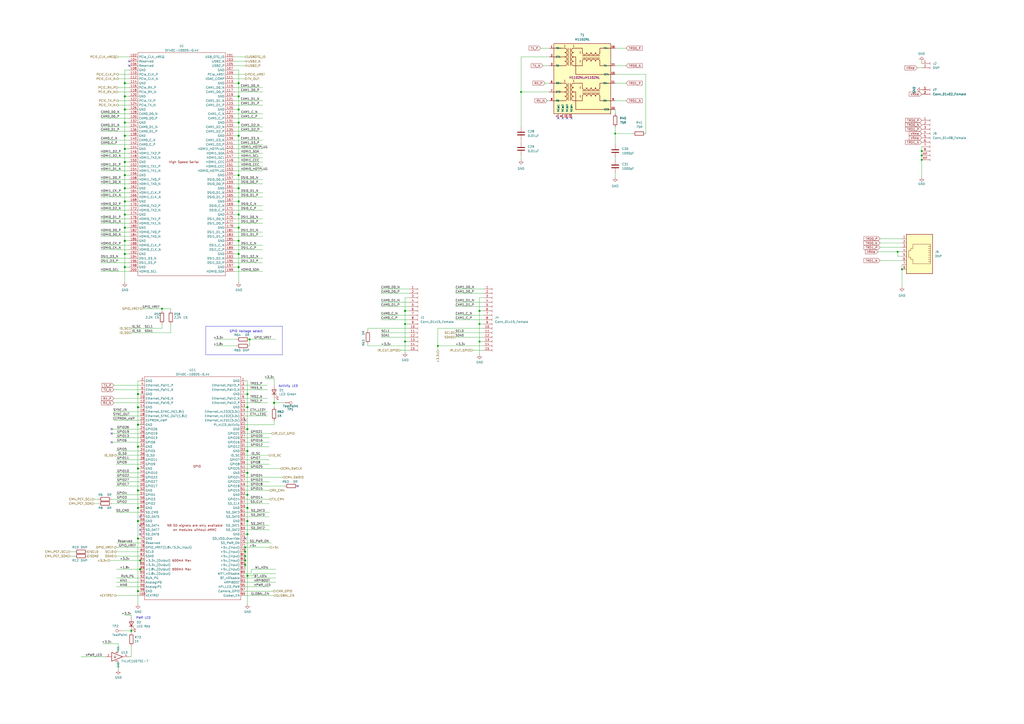
<source format=kicad_sch>
(kicad_sch (version 20231120) (generator "eeschema") (generator_version "8.0")
  (paper "A2")
  (junction (at 142.24 325.12))
  (junction (at 72.39 101.6) (diameter 1.016))
  (junction (at 72.39 139.7) (diameter 1.016))
  (junction (at 278.13 180.34) (diameter 1.016))
  (junction (at 72.39 93.98) (diameter 1.016))
  (junction (at 138.43 139.7) (diameter 1.016))
  (junction (at 234.95 187.96))
  (junction (at 72.39 78.74) (diameter 1.016))
  (junction (at 142.24 317.5))
  (junction (at 72.39 55.88) (diameter 1.016))
  (junction (at 138.43 101.6) (diameter 1.016))
  (junction (at 76.2 365.887) (diameter 1.016))
  (junction (at 143.51 309.88) (diameter 1.016))
  (junction (at 143.51 294.64) (diameter 1.016))
  (junction (at 159.004 233.68) (diameter 1.016))
  (junction (at 72.39 124.46) (diameter 1.016))
  (junction (at 143.51 287.02) (diameter 1.016))
  (junction (at 93.98 179.07))
  (junction (at 138.43 154.94) (diameter 1.016))
  (junction (at 143.51 302.26) (diameter 1.016))
  (junction (at 80.01 284.48) (diameter 1.016))
  (junction (at 254 200.66))
  (junction (at 72.39 109.22) (diameter 1.016))
  (junction (at 143.51 248.92) (diameter 1.016))
  (junction (at 356.87 77.47))
  (junction (at 80.01 271.78) (diameter 1.016))
  (junction (at 138.43 116.84) (diameter 1.016))
  (junction (at 138.43 147.32) (diameter 1.016))
  (junction (at 81.28 330.2) (diameter 1.016))
  (junction (at 81.28 325.12))
  (junction (at 72.39 154.94) (diameter 1.016))
  (junction (at 72.39 132.08) (diameter 1.016))
  (junction (at 138.43 78.74) (diameter 1.016))
  (junction (at 520.7 146.05))
  (junction (at 142.24 322.58))
  (junction (at 72.39 147.32) (diameter 1.016))
  (junction (at 138.43 48.26) (diameter 1.016))
  (junction (at 534.67 92.71))
  (junction (at 80.01 246.38) (diameter 1.016))
  (junction (at 138.43 63.5) (diameter 1.016))
  (junction (at 143.51 274.32) (diameter 1.016))
  (junction (at 80.01 294.64) (diameter 1.016))
  (junction (at 138.43 71.12) (diameter 1.016))
  (junction (at 138.43 132.08) (diameter 1.016))
  (junction (at 534.67 90.17))
  (junction (at 80.01 302.26) (diameter 1.016))
  (junction (at 138.43 109.22) (diameter 1.016))
  (junction (at 138.43 55.88) (diameter 1.016))
  (junction (at 142.24 327.66))
  (junction (at 72.39 48.26) (diameter 1.016))
  (junction (at 143.51 236.22) (diameter 1.016))
  (junction (at 234.95 180.34) (diameter 1.016))
  (junction (at 142.24 320.04))
  (junction (at 80.01 259.08) (diameter 1.016))
  (junction (at 143.51 261.62) (diameter 1.016))
  (junction (at 234.95 198.12))
  (junction (at 143.51 334.01) (diameter 1.016))
  (junction (at 138.43 124.46) (diameter 1.016))
  (junction (at 144.78 196.85) (diameter 1.016))
  (junction (at 278.13 187.96))
  (junction (at 80.01 228.6) (diameter 1.016))
  (junction (at 80.01 236.22) (diameter 1.016))
  (junction (at 72.39 116.84) (diameter 1.016))
  (junction (at 534.67 87.63))
  (junction (at 72.39 63.5) (diameter 1.016))
  (junction (at 278.13 198.12))
  (junction (at 523.24 156.21))
  (junction (at 80.01 312.42) (diameter 1.016))
  (junction (at 72.39 71.12) (diameter 1.016))
  (junction (at 302.26 53.34))
  (junction (at 143.51 228.6) (diameter 1.016))
  (junction (at 72.39 86.36) (diameter 1.016))
  (junction (at 80.01 342.9) (diameter 1.016))
  (no_connect (at 328.93 68.58))
  (no_connect (at 74.93 38.1))
  (no_connect (at 142.24 243.84))
  (no_connect (at 81.28 304.8))
  (no_connect (at 326.39 68.58))
  (no_connect (at 81.28 307.34))
  (no_connect (at 74.93 35.56))
  (no_connect (at 331.47 68.58))
  (no_connect (at 142.24 312.42))
  (no_connect (at 64.77 248.92))
  (no_connect (at 64.77 251.46))
  (no_connect (at 81.28 309.88))
  (no_connect (at 172.72 281.94))
  (no_connect (at 81.28 299.72))
  (no_connect (at 64.77 256.54))
  (no_connect (at 323.85 68.58))
  (wire (pts (xy 234.95 198.12) (xy 237.49 198.12)))
  (wire (pts (xy 159.004 223.52) (xy 159.004 219.71)))
  (wire (pts (xy 302.26 53.34) (xy 302.26 73.66)))
  (wire (pts (xy 142.24 238.76) (xy 155.194 238.76)))
  (wire (pts (xy 264.16 185.42) (xy 280.67 185.42)))
  (wire (pts (xy 135.89 116.84) (xy 138.43 116.84)))
  (wire (pts (xy 135.89 48.26) (xy 138.43 48.26)))
  (wire (pts (xy 68.58 45.72) (xy 74.93 45.72)))
  (wire (pts (xy 66.04 233.68) (xy 81.28 233.68)))
  (wire (pts (xy 135.89 38.1) (xy 142.24 38.1)))
  (wire (pts (xy 220.98 185.42) (xy 237.49 185.42)))
  (wire (pts (xy 142.24 226.06) (xy 155.194 226.06)))
  (wire (pts (xy 135.89 132.08) (xy 138.43 132.08)))
  (wire (pts (xy 67.31 297.18) (xy 81.28 297.18)))
  (wire (pts (xy 67.564 335.28) (xy 81.28 335.28)))
  (wire (pts (xy 356.87 77.47) (xy 356.87 83.82)))
  (wire (pts (xy 142.24 281.94) (xy 165.1 281.94)))
  (wire (pts (xy 138.43 40.64) (xy 135.89 40.64)))
  (wire (pts (xy 135.89 88.9) (xy 152.4 88.9)))
  (wire (pts (xy 76.2 374.65) (xy 76.2 381)))
  (wire (pts (xy 76.2 381) (xy 74.93 381)))
  (wire (pts (xy 76.2 365.887) (xy 76.2 367.03)))
  (wire (pts (xy 156.21 292.1) (xy 142.24 292.1)))
  (wire (pts (xy 81.28 236.22) (xy 80.01 236.22)))
  (wire (pts (xy 534.67 90.17) (xy 534.67 92.71)))
  (wire (pts (xy 67.31 279.4) (xy 81.28 279.4)))
  (wire (pts (xy 234.95 180.34) (xy 237.49 180.34)))
  (wire (pts (xy 68.58 33.02) (xy 74.93 33.02)))
  (wire (pts (xy 76.2 358.14) (xy 76.2 356.87)))
  (wire (pts (xy 510.54 151.13) (xy 523.24 151.13)))
  (wire (pts (xy 220.98 182.88) (xy 237.49 182.88)))
  (wire (pts (xy 80.01 271.78) (xy 80.01 284.48)))
  (wire (pts (xy 152.4 127) (xy 135.89 127)))
  (wire (pts (xy 135.89 66.04) (xy 152.4 66.04)))
  (wire (pts (xy 58.42 106.68) (xy 74.93 106.68)))
  (wire (pts (xy 135.89 101.6) (xy 138.43 101.6)))
  (wire (pts (xy 234.95 187.96) (xy 237.49 187.96)))
  (polyline (pts (xy 119.38 205.74) (xy 124.46 205.74)) (stroke (width 0) (type solid)))
  (wire (pts (xy 138.43 63.5) (xy 138.43 55.88)))
  (wire (pts (xy 143.51 302.26) (xy 143.51 309.88)))
  (wire (pts (xy 135.89 78.74) (xy 138.43 78.74)))
  (wire (pts (xy 74.93 154.94) (xy 72.39 154.94)))
  (wire (pts (xy 318.77 33.02) (xy 302.26 33.02)))
  (wire (pts (xy 237.49 193.04) (xy 220.98 193.04)))
  (wire (pts (xy 142.24 302.26) (xy 143.51 302.26)))
  (wire (pts (xy 72.39 109.22) (xy 74.93 109.22)))
  (wire (pts (xy 142.24 340.36) (xy 156.21 340.36)))
  (wire (pts (xy 80.01 302.26) (xy 80.01 312.42)))
  (wire (pts (xy 302.26 33.02) (xy 302.26 53.34)))
  (wire (pts (xy 213.36 190.5) (xy 237.49 190.5)))
  (wire (pts (xy 523.24 153.67) (xy 523.24 156.21)))
  (wire (pts (xy 143.51 274.32) (xy 143.51 287.02)))
  (wire (pts (xy 142.24 314.96) (xy 157.48 314.96)))
  (wire (pts (xy 142.24 317.5) (xy 142.24 320.04)))
  (wire (pts (xy 356.87 73.66) (xy 356.87 77.47)))
  (wire (pts (xy 142.24 307.34) (xy 156.21 307.34)))
  (wire (pts (xy 135.89 114.3) (xy 152.4 114.3)))
  (wire (pts (xy 135.89 142.24) (xy 152.4 142.24)))
  (wire (pts (xy 67.31 274.32) (xy 81.28 274.32)))
  (wire (pts (xy 232.41 203.2) (xy 237.49 203.2)))
  (wire (pts (xy 142.24 325.12) (xy 142.24 327.66)))
  (wire (pts (xy 72.39 116.84) (xy 74.93 116.84)))
  (wire (pts (xy 67.7672 314.96) (xy 81.28 314.96)))
  (wire (pts (xy 138.43 78.74) (xy 138.43 71.12)))
  (wire (pts (xy 58.42 83.82) (xy 74.93 83.82)))
  (wire (pts (xy 278.13 198.12) (xy 280.67 198.12)))
  (wire (pts (xy 135.89 91.44) (xy 152.4 91.44)))
  (wire (pts (xy 135.89 35.56) (xy 142.24 35.56)))
  (wire (pts (xy 138.43 139.7) (xy 138.43 147.32)))
  (wire (pts (xy 254 190.5) (xy 254 200.66)))
  (wire (pts (xy 72.39 139.7) (xy 74.93 139.7)))
  (wire (pts (xy 67.31 320.04) (xy 81.28 320.04)))
  (wire (pts (xy 142.24 233.68) (xy 155.194 233.68)))
  (wire (pts (xy 80.01 246.38) (xy 81.28 246.38)))
  (wire (pts (xy 124.46 196.85) (xy 137.16 196.85)))
  (wire (pts (xy 143.51 287.02) (xy 143.51 294.64)))
  (wire (pts (xy 67.31 345.44) (xy 81.28 345.44)))
  (wire (pts (xy 80.01 228.6) (xy 80.01 236.22)))
  (wire (pts (xy 58.42 99.06) (xy 74.93 99.06)))
  (wire (pts (xy 220.98 177.8) (xy 237.49 177.8)))
  (wire (pts (xy 142.24 228.6) (xy 143.51 228.6)))
  (wire (pts (xy 142.24 289.56) (xy 156.21 289.56)))
  (wire (pts (xy 72.39 139.7) (xy 72.39 147.32)))
  (wire (pts (xy 363.22 48.26) (xy 356.87 48.26)))
  (wire (pts (xy 135.89 119.38) (xy 152.4 119.38)))
  (wire (pts (xy 220.98 170.18) (xy 237.49 170.18)))
  (wire (pts (xy 81.28 342.9) (xy 80.01 342.9)))
  (wire (pts (xy 142.24 327.66) (xy 142.24 330.2)))
  (wire (pts (xy 54.61 292.1) (xy 57.15 292.1)))
  (wire (pts (xy 135.89 96.52) (xy 152.4 96.52)))
  (wire (pts (xy 213.36 200.66) (xy 237.49 200.66)))
  (wire (pts (xy 58.42 119.38) (xy 74.93 119.38)))
  (wire (pts (xy 356.87 102.87) (xy 356.87 100.33)))
  (wire (pts (xy 532.13 39.37) (xy 534.67 39.37)))
  (wire (pts (xy 72.39 48.26) (xy 72.39 55.88)))
  (wire (pts (xy 254 200.66) (xy 280.67 200.66)))
  (wire (pts (xy 302.26 92.71) (xy 302.26 90.17)))
  (wire (pts (xy 317.5 58.42) (xy 318.77 58.42)))
  (wire (pts (xy 142.24 231.14) (xy 155.194 231.14)))
  (wire (pts (xy 74.93 50.8) (xy 68.58 50.8)))
  (wire (pts (xy 138.43 132.08) (xy 138.43 139.7)))
  (wire (pts (xy 278.13 172.72) (xy 278.13 180.34)))
  (wire (pts (xy 81.28 327.66) (xy 81.28 325.12)))
  (wire (pts (xy 64.77 289.56) (xy 81.28 289.56)))
  (wire (pts (xy 135.89 124.46) (xy 138.43 124.46)))
  (wire (pts (xy 58.42 73.66) (xy 74.93 73.66)))
  (wire (pts (xy 135.89 93.98) (xy 152.4 93.98)))
  (wire (pts (xy 534.67 85.09) (xy 534.67 87.63)))
  (wire (pts (xy 363.22 58.42) (xy 356.87 58.42)))
  (wire (pts (xy 280.67 193.04) (xy 264.16 193.04)))
  (wire (pts (xy 72.39 109.22) (xy 72.39 116.84)))
  (wire (pts (xy 76.2 193.04) (xy 99.06 193.04)))
  (wire (pts (xy 76.2 365.76) (xy 76.2 365.887)))
  (wire (pts (xy 152.4 50.8) (xy 135.89 50.8)))
  (wire (pts (xy 72.39 132.08) (xy 74.93 132.08)))
  (wire (pts (xy 58.42 68.58) (xy 74.93 68.58)))
  (wire (pts (xy 135.89 144.78) (xy 152.4 144.78)))
  (wire (pts (xy 58.42 111.76) (xy 74.93 111.76)))
  (wire (pts (xy 509.27 146.05) (xy 520.7 146.05)))
  (wire (pts (xy 234.95 187.96) (xy 234.95 198.12)))
  (wire (pts (xy 254 190.5) (xy 280.67 190.5)))
  (wire (pts (xy 58.42 66.04) (xy 74.93 66.04)))
  (wire (pts (xy 72.39 132.08) (xy 72.39 139.7)))
  (polyline (pts (xy 124.46 189.23) (xy 163.83 189.23)) (stroke (width 0) (type solid)))
  (wire (pts (xy 67.564 340.36) (xy 81.28 340.36)))
  (wire (pts (xy 278.13 187.96) (xy 280.67 187.96)))
  (wire (pts (xy 67.31 317.5) (xy 81.28 317.5)))
  (wire (pts (xy 152.4 129.54) (xy 135.89 129.54)))
  (wire (pts (xy 278.13 187.96) (xy 278.13 198.12)))
  (wire (pts (xy 58.42 152.4) (xy 74.93 152.4)))
  (wire (pts (xy 144.78 196.85) (xy 160.02 196.85)))
  (wire (pts (xy 81.28 330.2) (xy 81.534 330.2)))
  (wire (pts (xy 124.46 200.66) (xy 137.16 200.66)))
  (wire (pts (xy 152.4 53.34) (xy 135.89 53.34)))
  (wire (pts (xy 135.89 157.48) (xy 152.4 157.48)))
  (wire (pts (xy 58.42 137.16) (xy 74.93 137.16)))
  (wire (pts (xy 72.39 48.26) (xy 74.93 48.26)))
  (wire (pts (xy 67.31 287.02) (xy 81.28 287.02)))
  (wire (pts (xy 159.004 233.68) (xy 159.004 231.14)))
  (wire (pts (xy 213.36 190.5) (xy 213.36 191.77)))
  (wire (pts (xy 135.89 121.92) (xy 152.4 121.92)))
  (wire (pts (xy 142.24 335.28) (xy 160.02 335.28)))
  (wire (pts (xy 142.24 317.5) (xy 156.21 317.5)))
  (wire (pts (xy 152.4 134.62) (xy 135.89 134.62)))
  (wire (pts (xy 135.89 45.72) (xy 142.24 45.72)))
  (wire (pts (xy 80.01 259.08) (xy 81.28 259.08)))
  (wire (pts (xy 138.43 109.22) (xy 138.43 116.84)))
  (wire (pts (xy 356.87 92.71) (xy 356.87 91.44)))
  (wire (pts (xy 76.2 190.5) (xy 93.98 190.5)))
  (wire (pts (xy 64.77 248.92) (xy 81.28 248.92)))
  (wire (pts (xy 142.24 261.62) (xy 143.51 261.62)))
  (wire (pts (xy 523.24 148.59) (xy 520.7 148.59)))
  (wire (pts (xy 72.39 71.12) (xy 72.39 78.74)))
  (wire (pts (xy 40.64 322.58) (xy 43.18 322.58)))
  (wire (pts (xy 142.24 248.92) (xy 143.51 248.92)))
  (wire (pts (xy 142.24 322.58) (xy 142.24 325.12)))
  (wire (pts (xy 152.4 60.96) (xy 135.89 60.96)))
  (wire (pts (xy 58.42 81.28) (xy 74.93 81.28)))
  (wire (pts (xy 68.58 373.38) (xy 59.69 373.38)))
  (wire (pts (xy 68.58 60.96) (xy 74.93 60.96)))
  (wire (pts (xy 72.39 154.94) (xy 72.39 163.83)))
  (wire (pts (xy 135.89 99.06) (xy 152.4 99.06)))
  (wire (pts (xy 80.01 312.42) (xy 80.01 342.9)))
  (wire (pts (xy 237.49 195.58) (xy 220.98 195.58)))
  (wire (pts (xy 64.77 292.1) (xy 81.28 292.1)))
  (wire (pts (xy 66.04 241.3) (xy 81.28 241.3)))
  (wire (pts (xy 510.54 140.97) (xy 523.24 140.97)))
  (wire (pts (xy 534.67 87.63) (xy 534.67 90.17)))
  (wire (pts (xy 74.93 147.32) (xy 72.39 147.32)))
  (wire (pts (xy 67.31 264.16) (xy 81.28 264.16)))
  (wire (pts (xy 63.5 325.12) (xy 81.28 325.12)))
  (wire (pts (xy 143.51 248.92) (xy 143.51 261.62)))
  (wire (pts (xy 72.39 71.12) (xy 74.93 71.12)))
  (wire (pts (xy 145.796 330.2) (xy 160.02 330.2)))
  (wire (pts (xy 135.89 63.5) (xy 138.43 63.5)))
  (wire (pts (xy 135.89 55.88) (xy 138.43 55.88)))
  (wire (pts (xy 99.06 179.07) (xy 93.98 179.07)))
  (wire (pts (xy 58.42 96.52) (xy 74.93 96.52)))
  (wire (pts (xy 144.78 196.85) (xy 144.78 200.66)))
  (wire (pts (xy 264.16 177.8) (xy 280.67 177.8)))
  (wire (pts (xy 143.51 294.64) (xy 143.51 302.26)))
  (wire (pts (xy 142.24 337.82) (xy 160.02 337.82)))
  (wire (pts (xy 142.24 264.16) (xy 156.21 264.16)))
  (wire (pts (xy 313.69 27.94) (xy 318.77 27.94)))
  (wire (pts (xy 142.24 33.02) (xy 135.89 33.02)))
  (wire (pts (xy 64.77 251.46) (xy 81.28 251.46)))
  (wire (pts (xy 58.42 149.86) (xy 74.93 149.86)))
  (wire (pts (xy 523.24 156.21) (xy 523.24 166.37)))
  (wire (pts (xy 58.42 76.2) (xy 74.93 76.2)))
  (wire (pts (xy 58.42 121.92) (xy 74.93 121.92)))
  (wire (pts (xy 66.04 226.06) (xy 81.28 226.06)))
  (wire (pts (xy 143.51 236.22) (xy 143.51 248.92)))
  (wire (pts (xy 66.04 223.52) (xy 81.28 223.52)))
  (wire (pts (xy 67.31 276.86) (xy 81.28 276.86)))
  (wire (pts (xy 142.24 294.64) (xy 143.51 294.64)))
  (polyline (pts (xy 124.46 189.23) (xy 119.38 189.23)) (stroke (width 0) (type solid)))
  (wire (pts (xy 145.796 332.74) (xy 145.796 330.2)))
  (wire (pts (xy 80.01 246.38) (xy 80.01 259.08)))
  (wire (pts (xy 234.95 172.72) (xy 237.49 172.72)))
  (wire (pts (xy 67.564 337.82) (xy 81.28 337.82)))
  (wire (pts (xy 142.24 332.74) (xy 145.796 332.74)))
  (wire (pts (xy 142.24 299.72) (xy 156.21 299.72)))
  (wire (pts (xy 71.1962 365.887) (xy 76.2 365.887)))
  (wire (pts (xy 142.24 220.98) (xy 143.51 220.98)))
  (wire (pts (xy 278.13 180.34) (xy 278.13 187.96)))
  (wire (pts (xy 72.39 86.36) (xy 72.39 93.98)))
  (wire (pts (xy 72.39 40.64) (xy 72.39 48.26)))
  (wire (pts (xy 68.58 383.54) (xy 68.58 388.62)))
  (wire (pts (xy 68.58 378.46) (xy 68.58 373.38)))
  (wire (pts (xy 135.89 111.76) (xy 152.4 111.76)))
  (wire (pts (xy 81.28 332.74) (xy 81.28 330.2)))
  (wire (pts (xy 142.24 266.7) (xy 156.21 266.7)))
  (wire (pts (xy 138.43 154.94) (xy 138.43 163.83)))
  (wire (pts (xy 40.64 320.04) (xy 43.18 320.04)))
  (wire (pts (xy 138.43 124.46) (xy 138.43 132.08)))
  (wire (pts (xy 142.24 271.78) (xy 162.56 271.78)))
  (wire (pts (xy 67.564 330.2) (xy 81.28 330.2)))
  (wire (pts (xy 138.43 101.6) (xy 138.43 109.22)))
  (wire (pts (xy 234.95 172.72) (xy 234.95 180.34)))
  (wire (pts (xy 278.13 180.34) (xy 280.67 180.34)))
  (wire (pts (xy 156.21 304.8) (xy 142.24 304.8)))
  (wire (pts (xy 58.42 127) (xy 74.93 127)))
  (wire (pts (xy 142.24 309.88) (xy 143.51 309.88)))
  (wire (pts (xy 374.65 43.18) (xy 374.65 77.47)))
  (wire (pts (xy 58.42 104.14) (xy 74.93 104.14)))
  (wire (pts (xy 152.4 106.68) (xy 135.89 106.68)))
  (wire (pts (xy 142.24 276.86) (xy 163.83 276.86)))
  (wire (pts (xy 58.42 88.9) (xy 74.93 88.9)))
  (wire (pts (xy 143.51 334.01) (xy 143.51 350.52)))
  (wire (pts (xy 264.16 170.18) (xy 280.67 170.18)))
  (wire (pts (xy 72.39 55.88) (xy 74.93 55.88)))
  (wire (pts (xy 138.43 55.88) (xy 138.43 48.26)))
  (wire (pts (xy 146.8882 334.01) (xy 146.8882 332.74)))
  (wire (pts (xy 58.42 142.24) (xy 74.93 142.24)))
  (wire (pts (xy 142.24 320.04) (xy 142.24 322.58)))
  (wire (pts (xy 143.51 220.98) (xy 143.51 228.6)))
  (wire (pts (xy 72.39 101.6) (xy 72.39 109.22)))
  (wire (pts (xy 67.31 266.7) (xy 81.28 266.7)))
  (wire (pts (xy 314.96 38.1) (xy 318.77 38.1)))
  (wire (pts (xy 67.31 269.24) (xy 81.28 269.24)))
  (wire (pts (xy 72.39 93.98) (xy 74.93 93.98)))
  (wire (pts (xy 138.43 147.32) (xy 138.43 154.94)))
  (wire (pts (xy 72.39 63.5) (xy 72.39 71.12)))
  (wire (pts (xy 72.39 78.74) (xy 74.93 78.74)))
  (wire (pts (xy 153.924 219.71) (xy 159.004 219.71)))
  (wire (pts (xy 72.39 93.98) (xy 72.39 101.6)))
  (wire (pts (xy 234.95 198.12) (xy 234.95 204.47)))
  (wire (pts (xy 143.51 228.6) (xy 143.51 236.22)))
  (wire (pts (xy 72.39 124.46) (xy 74.93 124.46)))
  (wire (pts (xy 138.43 78.74) (xy 138.43 101.6)))
  (wire (pts (xy 254 203.2) (xy 254 200.66)))
  (wire (pts (xy 81.28 220.98) (xy 80.01 220.98)))
  (wire (pts (xy 135.89 139.7) (xy 138.43 139.7)))
  (wire (pts (xy 152.4 83.82) (xy 135.89 83.82)))
  (wire (pts (xy 135.89 73.66) (xy 152.4 73.66)))
  (wire (pts (xy 165.354 233.68) (xy 159.004 233.68)))
  (wire (pts (xy 142.24 342.9) (xy 158.75 342.9)))
  (wire (pts (xy 220.98 175.26) (xy 237.49 175.26)))
  (wire (pts (xy 99.06 180.34) (xy 99.06 179.07)))
  (wire (pts (xy 143.51 261.62) (xy 143.51 274.32)))
  (wire (pts (xy 142.24 345.44) (xy 158.75 345.44)))
  (wire (pts (xy 80.01 294.64) (xy 81.28 294.64)))
  (wire (pts (xy 80.01 294.64) (xy 80.01 302.26)))
  (wire (pts (xy 274.32 203.2) (xy 280.67 203.2)))
  (wire (pts (xy 66.04 238.76) (xy 81.28 238.76)))
  (wire (pts (xy 356.87 77.47) (xy 367.03 77.47)))
  (wire (pts (xy 74.93 40.64) (xy 72.39 40.64)))
  (wire (pts (xy 264.16 167.64) (xy 280.67 167.64)))
  (wire (pts (xy 510.54 143.51) (xy 523.24 143.51)))
  (wire (pts (xy 152.4 104.14) (xy 135.89 104.14)))
  (wire (pts (xy 356.87 63.5) (xy 356.87 66.04)))
  (wire (pts (xy 135.89 152.4) (xy 152.4 152.4)))
  (wire (pts (xy 80.01 312.42) (xy 81.28 312.42)))
  (wire (pts (xy 58.42 157.48) (xy 74.93 157.48)))
  (wire (pts (xy 54.61 289.56) (xy 57.15 289.56)))
  (wire (pts (xy 280.67 195.58) (xy 264.16 195.58)))
  (wire (pts (xy 72.39 101.6) (xy 74.93 101.6)))
  (wire (pts (xy 316.23 48.26) (xy 318.77 48.26)))
  (wire (pts (xy 74.93 53.34) (xy 68.58 53.34)))
  (wire (pts (xy 363.22 38.1) (xy 356.87 38.1)))
  (wire (pts (xy 58.42 91.44) (xy 74.93 91.44)))
  (wire (pts (xy 80.01 342.9) (xy 80.01 350.52)))
  (wire (pts (xy 302.26 82.55) (xy 302.26 81.28)))
  (wire (pts (xy 234.95 180.34) (xy 234.95 187.96)))
  (wire (pts (xy 142.24 241.3) (xy 155.194 241.3)))
  (wire (pts (xy 138.43 71.12) (xy 138.43 63.5)))
  (wire (pts (xy 80.01 284.48) (xy 80.01 294.64)))
  (wire (pts (xy 93.98 180.34) (xy 93.98 179.07)))
  (wire (pts (xy 135.89 68.58) (xy 152.4 68.58)))
  (wire (pts (xy 142.24 259.08) (xy 156.21 259.08)))
  (wire (pts (xy 264.16 182.88) (xy 280.67 182.88)))
  (wire (pts (xy 356.87 43.18) (xy 374.65 43.18)))
  (wire (pts (xy 534.67 92.71) (xy 534.67 102.87)))
  (wire (pts (xy 138.43 116.84) (xy 138.43 124.46)))
  (wire (pts (xy 64.77 256.54) (xy 81.28 256.54)))
  (wire (pts (xy 142.24 287.02) (xy 143.51 287.02)))
  (wire (pts (xy 99.06 193.04) (xy 99.06 187.96)))
  (wire (pts (xy 520.7 148.59) (xy 520.7 146.05)))
  (wire (pts (xy 142.24 274.32) (xy 143.51 274.32)))
  (wire (pts (xy 510.54 138.43) (xy 523.24 138.43)))
  (wire (pts (xy 46.99 381) (xy 60.96 381)))
  (wire (pts (xy 72.39 147.32) (xy 72.39 154.94)))
  (polyline (pts (xy 163.83 189.23) (xy 163.83 205.74)) (stroke (width 0) (type solid)))
  (wire (pts (xy 152.4 81.28) (xy 135.89 81.28)))
  (wire (pts (xy 135.89 109.22) (xy 138.43 109.22)))
  (wire (pts (xy 72.39 116.84) (xy 72.39 124.46)))
  (wire (pts (xy 142.24 254) (xy 156.21 254)))
  (wire (pts (xy 278.13 198.12) (xy 278.13 205.74)))
  (wire (pts (xy 159.004 246.38) (xy 159.004 243.84)))
  (wire (pts (xy 68.58 43.18) (xy 74.93 43.18)))
  (polyline (pts (xy 119.38 205.74) (xy 119.38 189.23)) (stroke (width 0) (type solid)))
  (wire (pts (xy 146.8882 332.74) (xy 160.02 332.74)))
  (wire (pts (xy 135.89 86.36) (xy 152.4 86.36)))
  (wire (pts (xy 72.39 124.46) (xy 72.39 132.08)))
  (wire (pts (xy 72.39 86.36) (xy 74.93 86.36)))
  (wire (pts (xy 143.51 334.01) (xy 146.8882 334.01)))
  (wire (pts (xy 142.24 251.46) (xy 157.48 251.46)))
  (wire (pts (xy 58.42 134.62) (xy 74.93 134.62)))
  (wire (pts (xy 142.24 256.54) (xy 156.21 256.54)))
  (polyline (pts (xy 163.83 205.74) (xy 124.46 205.74)) (stroke (width 0) (type solid)))
  (wire (pts (xy 81.28 228.6) (xy 80.01 228.6)))
  (wire (pts (xy 68.58 58.42) (xy 74.93 58.42)))
  (wire (pts (xy 156.21 297.18) (xy 142.24 297.18)))
  (wire (pts (xy 72.39 78.74) (xy 72.39 86.36)))
  (wire (pts (xy 302.26 53.34) (xy 318.77 53.34)))
  (wire (pts (xy 67.31 322.58) (xy 81.28 322.58)))
  (wire (pts (xy 142.24 284.48) (xy 156.21 284.48)))
  (wire (pts (xy 93.98 187.96) (xy 93.98 190.5)))
  (wire (pts (xy 213.36 199.39) (xy 213.36 200.66)))
  (wire (pts (xy 142.24 236.22) (xy 143.51 236.22)))
  (wire (pts (xy 534.67 35.56) (xy 534.67 36.83)))
  (wire (pts (xy 80.01 259.08) (xy 80.01 271.78)))
  (wire (pts (xy 66.04 243.84) (xy 81.28 243.84)))
  (wire (pts (xy 135.89 43.18) (xy 142.24 43.18)))
  (wire (pts (xy 82.55 179.07) (xy 93.98 179.07)))
  (wire (pts (xy 142.24 246.38) (xy 159.004 246.38)))
  (wire (pts (xy 142.24 269.24) (xy 156.21 269.24)))
  (wire (pts (xy 135.89 76.2) (xy 152.4 76.2)))
  (wire (pts (xy 67.31 254) (xy 81.28 254)))
  (wire (pts (xy 58.42 129.54) (xy 74.93 129.54)))
  (wire (pts (xy 80.01 220.98) (xy 80.01 228.6)))
  (wire (pts (xy 135.89 154.94) (xy 138.43 154.94)))
  (wire (pts (xy 80.01 284.48) (xy 81.28 284.48)))
  (wire (pts (xy 520.7 146.05) (xy 523.24 146.05)))
  (wire (pts (xy 220.98 167.64) (xy 237.49 167.64)))
  (wire (pts (xy 278.13 172.72) (xy 280.67 172.72)))
  (wire (pts (xy 152.4 58.42) (xy 135.89 58.42)))
  (wire (pts (xy 72.39 63.5) (xy 74.93 63.5)))
  (wire (pts (xy 66.04 231.14) (xy 81.28 231.14)))
  (wire (pts (xy 142.24 279.4) (xy 156.21 279.4)))
  (wire (pts (xy 58.42 144.78) (xy 74.93 144.78)))
  (wire (pts (xy 135.89 147.32) (xy 138.43 147.32)))
  (wire (pts (xy 76.2 356.87) (xy 72.39 356.87)))
  (wire (pts (xy 58.42 114.3) (xy 74.93 114.3)))
  (wire (pts (xy 143.51 309.88) (xy 143.51 334.01)))
  (wire (pts (xy 67.31 261.62) (xy 81.28 261.62)))
  (wire (pts (xy 159.004 236.22) (xy 159.004 233.68)))
  (wire (pts (xy 152.4 137.16) (xy 135.89 137.16)))
  (wire (pts (xy 80.01 302.26) (xy 81.28 302.26)))
  (wire (pts (xy 138.43 48.26) (xy 138.43 40.64)))
  (wire (pts (xy 72.39 55.88) (xy 72.39 63.5)))
  (wire (pts (xy 135.89 149.86) (xy 152.4 149.86)))
  (wire (pts (xy 135.89 71.12) (xy 138.43 71.12)))
  (wire (pts (xy 142.24 223.52) (xy 155.194 223.52)))
  (wire (pts (xy 67.31 281.94) (xy 81.28 281.94)))
  (wire (pts (xy 264.16 175.26) (xy 280.67 175.26)))
  (wire (pts (xy 80.01 271.78) (xy 81.28 271.78)))
  (wire (pts (xy 80.01 236.22) (xy 80.01 246.38)))
  (wire (pts (xy 363.22 27.94) (xy 356.87 27.94)))
  (text "Activity LED" (at 161.544 224.79 0) (effects (font (size 1.27 1.27)) (justify left bottom)))
  (text "PWR LED" (at 78.867 359.283 0) (effects (font (size 1.27 1.27)) (justify left bottom)))
  (text "GPIO Voltage select\n" (at 152.4 193.04 0) (effects (font (size 1.27 1.27)) (justify right bottom)))
  (label "CAM0_D1_P" (at 220.98 177.8 0))
  (label "ETH_LEDG" (at 145.034 241.3 0))
  (label "+3.3v" (at 264.16 200.66 0))
  (label "CAM0_D0_N" (at 220.98 167.64 0))
  (label "CAM1_C_P" (at 264.16 185.42 0))
  (label "+3.3v" (at 159.004 219.71 180))
  (label "GPIO6" (at 73.66 256.54 180))
  (label "TRD2_N" (at 145.034 231.14 0))
  (label "GPIO4" (at 73.66 287.02 180))
  (label "GPIO_VREF" (at 82.55 179.07 0))
  (label "CAM1_C_P" (at 139.7 68.58 0))
  (label "GPIO18" (at 152.4 281.94 180))
  (label "+3.3v" (at 75.184 325.12 180))
  (label "SD_CMD" (at 74.93 297.18 180))
  (label "EEPROM_nWP" (at 78.232 243.84 180))
  (label "GPIO17" (at 74.93 281.94 180))
  (label "HDMI0_D2_N" (at 58.42 121.92 0))
  (label "GPIO15" (at 152.4 284.48 180))
  (label "RUN_PG" (at 77.724 335.28 180))
  (label "CAM1_D1_P" (at 150.495 60.96 180))
  (label "GPIO8" (at 151.13 269.24 180))
  (label "CAM0_C_N" (at 220.98 182.88 0))
  (label "GPIO24" (at 152.4 276.86 180))
  (label "DSI0_C_N" (at 139.7 119.38 0))
  (label "GPIO10" (at 74.93 274.32 180))
  (label "nRPIBOOT" (at 156.6672 337.82 180))
  (label "+1.8v" (at 75.184 330.2 180))
  (label "SD_DAT3" (at 153.67 297.18 180))
  (label "SYNC_IN" (at 73.66 238.76 180))
  (label "CAM0_C_P" (at 58.42 83.82 0))
  (label "CAM1_C_N" (at 139.7 66.04 0))
  (label "CAM1_C_N" (at 264.16 182.88 0))
  (label "HDMI1_HOTPLUG" (at 139.7 86.36 0))
  (label "HDMI0_CK_N" (at 58.42 144.78 0))
  (label "GPIO20" (at 152.4 254 180))
  (label "DSI0_D1_P" (at 139.7 114.3 0))
  (label "SD_DAT1" (at 153.67 304.8 180))
  (label "HDMI1_D2_P" (at 58.42 88.9 0))
  (label "CAM0_D0_P" (at 58.42 68.58 0))
  (label "GPIO7" (at 151.13 266.7 180))
  (label "HDMI0_CK_P" (at 58.42 142.24 0))
  (label "SCL1" (at 83.82 190.5 0))
  (label "DSI1_D3_N" (at 58.42 149.86 0))
  (label "Reserved" (at 76.835 314.96 180))
  (label "SD_PWR_ON" (at 144.78 314.96 0))
  (label "HDMI0_D0_N" (at 58.42 137.16 0))
  (label "ETH_LEDY" (at 145.034 238.76 0))
  (label "ID_SC" (at 151.13 264.16 180))
  (label "CAM0_D1_N" (at 220.98 175.26 0))
  (label "HDMI1_SCL" (at 139.7 91.44 0))
  (label "AIN1" (at 73.914 337.82 180))
  (label "DSI1_D1_N" (at 149.86 134.62 180))
  (label "SCL0" (at 264.16 193.04 0))
  (label "CAM0_D1_N" (at 58.42 73.66 0))
  (label "HDMI1_CEC" (at 139.7 93.98 0))
  (label "SDA0" (at 264.16 195.58 0))
  (label "ID_SD" (at 73.66 264.16 180))
  (label "DSI1_D2_N" (at 139.7 149.86 0))
  (label "CAM1_D0_P" (at 264.16 170.18 0))
  (label "+3.3v" (at 64.77 373.38 180))
  (label "SCL1" (at 226.06 193.04 180))
  (label "CAM1_D2_N" (at 139.7 73.66 0))
  (label "GPIO25" (at 152.4 271.78 180))
  (label "+1.8v" (at 129.54 200.66 180))
  (label "CAM1_D3_P" (at 150.495 83.82 180))
  (label "DSI1_C_P" (at 139.7 144.78 0))
  (label "CAM1_D1_N" (at 150.495 58.42 180))
  (label "CAM0_D1_P" (at 58.42 76.2 0))
  (label "CAM1_D1_N" (at 264.16 175.26 0))
  (label "GPIO3" (at 73.66 289.56 180))
  (label "DSI0_C_P" (at 139.7 121.92 0))
  (label "BT_nDis" (at 154.7876 335.28 180))
  (label "HDMI0_HOTPLUG" (at 139.7 99.06 0))
  (label "DSI1_D0_N" (at 149.86 127 180))
  (label "HDMI0_D2_P" (at 58.42 119.38 0))
  (label "DSI1_D2_P" (at 139.7 152.4 0))
  (label "ID_SD" (at 81.788 193.04 180))
  (label "GPIO19" (at 74.93 251.46 180))
  (label "nPWR_LED" (at 49.53 381 0))
  (label "CAM0_D0_P" (at 220.98 170.18 0))
  (label "TRD2_P" (at 145.034 233.68 0))
  (label "CAM0_C_N" (at 58.42 81.28 0))
  (label "HDMI0_SDA" (at 139.7 157.48 0))
  (label "HDMI1_D0_P" (at 58.42 104.14 0))
  (label "GPIO_VREF" (at 147.32 196.85 0))
  (label "GLOBAL_EN" (at 156.21 345.44 180))
  (label "+5v" (at 148.59 317.5 180))
  (label "CAM1_D0_N" (at 264.16 167.64 0))
  (label "GPIO_VREF" (at 68.834 317.5 0))
  (label "HDMI1_SDA" (at 139.7 88.9 0))
  (label "DSI0_D1_N" (at 139.7 111.76 0))
  (label "+3.3v" (at 76.2 356.87 180))
  (label "DSI1_C_N" (at 139.7 142.24 0))
  (label "HDMI1_D1_P" (at 58.42 96.52 0))
  (label "SD_CLK" (at 152.4 292.1 180))
  (label "AIN0" (at 73.914 340.36 180))
  (label "WL_nDis" (at 155.575 330.2 180))
  (label "GPIO23" (at 152.4 279.4 180))
  (label "SYNC_OUT" (at 75.184 241.3 180))
  (label "CAM1_D3_N" (at 150.495 81.28 180))
  (label "DSI1_D1_P" (at 149.86 137.16 180))
  (label "GPIO13" (at 74.93 254 180))
  (label "HDMI1_D0_N" (at 58.42 106.68 0))
  (label "SDA1" (at 226.06 195.58 180))
  (label "GPIO2" (at 73.66 292.1 180))
  (label "+3.3v" (at 220.98 200.66 0))
  (label "GPIO27" (at 74.93 279.4 180))
  (label "SD_DAT2" (at 153.67 307.34 180))
  (label "CAM1_D0_P" (at 150.495 53.34 180))
  (label "CAM1_D0_N" (at 150.495 50.8 180))
  (label "HDMI0_D0_P" (at 58.42 134.62 0))
  (label "GPIO11" (at 74.93 266.7 180))
  (label "HDMI0_SCL" (at 58.42 157.48 0))
  (label "HDMI1_CK_P" (at 58.42 111.76 0))
  (label "HDMI1_D2_N" (at 58.42 91.44 0))
  (label "HDMI1_CK_N" (at 58.42 114.3 0))
  (label "CAM0_D0_N" (at 58.42 66.04 0))
  (label "CAM0_C_P" (at 220.98 185.42 0))
  (label "TRD3_N" (at 145.034 226.06 0))
  (label "DSI0_D0_N" (at 149.86 104.14 180))
  (label "HDMI1_D1_N" (at 58.42 99.06 0))
  (label "TRD3_P" (at 145.034 223.52 0))
  (label "CAM1_D2_P" (at 139.7 76.2 0))
  (label "HDMI0_D1_P" (at 58.42 127 0))
  (label "DSI1_D0_P" (at 149.86 129.54 180))
  (label "HDMI0_CEC" (at 139.7 96.52 0))
  (label "ID_SC" (at 81.788 190.5 180))
  (label "GPIO12" (at 152.4 259.08 180))
  (label "nPWR_LED" (at 147.32 340.36 0))
  (label "SD_DAT0" (at 153.67 299.72 180))
  (label "DSI0_D0_P" (at 149.86 106.68 180))
  (label "CAM1_D1_P" (at 264.16 177.8 0))
  (label "GPIO22" (at 74.93 276.86 180))
  (label "DSI1_D3_P" (at 58.42 152.4 0))
  (label "GPIO9" (at 73.66 269.24 180))
  (label "GPIO5" (at 73.66 261.62 180))
  (label "GPIO21" (at 152.4 251.46 180))
  (label "GPIO16" (at 152.4 256.54 180))
  (label "HDMI0_D1_N" (at 58.42 129.54 0))
  (label "+3.3v" (at 129.54 196.85 180))
  (label "GPIO26" (at 74.93 248.92 180))
  (label "GPIO14" (at 152.4 289.56 180))
  (label "SDA1" (at 83.82 193.04 0))
  (global_label "RX_N" (shape input) (at 317.5 58.42 180) (property "Intersheetrefs" "${INTERSHEET_REFS}" (effects (hide yes))))
  (global_label "TRD0_P" (shape input) (at 363.22 27.94 0) (property "Intersheetrefs" "${INTERSHEET_REFS}" (effects (hide yes))))
  (global_label "RX_P" (shape input) (at 66.04 231.14 180) (property "Intersheetrefs" "${INTERSHEET_REFS}" (effects (hide yes))))
  (global_label "TRD1_N" (shape input) (at 363.22 58.42 0) (property "Intersheetrefs" "${INTERSHEET_REFS}" (effects (hide yes))))
  (global_label "VRAW" (shape input) (at 534.67 54.61 180) (property "Intersheetrefs" "${INTERSHEET_REFS}" (effects (hide yes))))
  (global_label "TX_N" (shape input) (at 314.96 38.1 180) (property "Intersheetrefs" "${INTERSHEET_REFS}" (effects (hide yes))))
  (global_label "RX_P" (shape input) (at 316.23 48.26 180) (property "Intersheetrefs" "${INTERSHEET_REFS}" (effects (hide yes))))
  (global_label "VRAW" (shape input) (at 509.27 146.05 180) (property "Intersheetrefs" "${INTERSHEET_REFS}" (effects (hide yes))))
  (global_label "TRD0_P" (shape input) (at 534.67 69.85 180) (property "Intersheetrefs" "${INTERSHEET_REFS}" (effects (hide yes))))
  (global_label "RX_N" (shape input) (at 66.04 233.68 180) (property "Intersheetrefs" "${INTERSHEET_REFS}" (effects (hide yes))))
  (global_label "TX_P" (shape input) (at 66.04 223.52 180) (property "Intersheetrefs" "${INTERSHEET_REFS}" (effects (hide yes))))
  (global_label "TRD1_N" (shape input) (at 534.67 82.55 180) (property "Intersheetrefs" "${INTERSHEET_REFS}" (effects (hide yes))))
  (global_label "TRD1_N" (shape input) (at 510.54 151.13 180) (property "Intersheetrefs" "${INTERSHEET_REFS}" (effects (hide yes))))
  (global_label "TRD1_P" (shape input) (at 510.54 143.51 180) (property "Intersheetrefs" "${INTERSHEET_REFS}" (effects (hide yes))))
  (global_label "TRD0_N" (shape input) (at 534.67 72.39 180) (property "Intersheetrefs" "${INTERSHEET_REFS}" (effects (hide yes))))
  (global_label "TRD0_N" (shape input) (at 363.22 38.1 0) (property "Intersheetrefs" "${INTERSHEET_REFS}" (effects (hide yes))))
  (global_label "TX_P" (shape input) (at 313.69 27.94 180) (property "Intersheetrefs" "${INTERSHEET_REFS}" (effects (hide yes))))
  (global_label "TRD1_P" (shape input) (at 534.67 74.93 180) (property "Intersheetrefs" "${INTERSHEET_REFS}" (effects (hide yes))))
  (global_label "TRD1_P" (shape input) (at 363.22 48.26 0) (property "Intersheetrefs" "${INTERSHEET_REFS}" (effects (hide yes))))
  (global_label "TRD0_N" (shape input) (at 510.54 140.97 180) (property "Intersheetrefs" "${INTERSHEET_REFS}" (effects (hide yes))))
  (global_label "TRD0_P" (shape input) (at 510.54 138.43 180) (property "Intersheetrefs" "${INTERSHEET_REFS}" (effects (hide yes))))
  (global_label "TX_N" (shape input) (at 66.04 226.06 180) (property "Intersheetrefs" "${INTERSHEET_REFS}" (effects (hide yes))))
  (global_label "VRAW" (shape input) (at 532.13 39.37 180) (property "Intersheetrefs" "${INTERSHEET_REFS}" (effects (hide yes))))
  (global_label "VRAW" (shape input) (at 534.67 80.01 180) (property "Intersheetrefs" "${INTERSHEET_REFS}" (effects (hide yes))))
  (global_label "VRAW" (shape input) (at 534.67 77.47 180) (property "Intersheetrefs" "${INTERSHEET_REFS}" (effects (hide yes))))
  (hierarchical_label "PCIE_RX_P" (shape input) (at 68.58 50.8 180))
  (hierarchical_label "IR_CUT_GPIO" (shape input) (at 232.41 203.2 180))
  (hierarchical_label "PCIE_CLK_P" (shape output) (at 68.58 43.18 180))
  (hierarchical_label "CM4_PCF_SDA" (shape input) (at 54.61 292.1 180))
  (hierarchical_label "PCIE_RX_N" (shape input) (at 68.58 53.34 180))
  (hierarchical_label "CM4_SWDIO" (shape input) (at 163.83 276.86 0))
  (hierarchical_label "SDA0" (shape output) (at 50.8 322.58 0))
  (hierarchical_label "GLOBAL_EN" (shape input) (at 158.75 345.44 0))
  (hierarchical_label "SDA0" (shape input) (at 264.16 195.58 180))
  (hierarchical_label "USB2_N" (shape bidirectional) (at 142.24 35.56 0))
  (hierarchical_label "CM4_PCF_SCL" (shape input) (at 54.61 289.56 180))
  (hierarchical_label "CAM_GPIO" (shape output) (at 158.75 342.9 0))
  (hierarchical_label "IR_CUT_GPIO" (shape input) (at 157.48 251.46 0))
  (hierarchical_label "ID_SC" (shape output) (at 156.21 264.16 0))
  (hierarchical_label "CM4_PCF_SDA" (shape input) (at 40.64 322.58 180))
  (hierarchical_label "PCIE_TX_P" (shape output) (at 68.58 58.42 180))
  (hierarchical_label "GPIO_VREF" (shape input) (at 82.55 179.07 180))
  (hierarchical_label "GPIO_VREF" (shape output) (at 67.31 317.5 180))
  (hierarchical_label "SDA0" (shape output) (at 67.31 322.58 180))
  (hierarchical_label "nEXTRST" (shape output) (at 67.31 345.44 180))
  (hierarchical_label "CM4_SWCLK" (shape input) (at 162.56 271.78 0))
  (hierarchical_label "TV_OUT" (shape output) (at 142.24 45.72 0))
  (hierarchical_label "SCL0" (shape output) (at 67.31 320.04 180))
  (hierarchical_label "USB2_P" (shape bidirectional) (at 142.24 38.1 0))
  (hierarchical_label "ID_SC" (shape input) (at 76.2 190.5 180))
  (hierarchical_label "IR_CUT_GPIO" (shape input) (at 274.32 203.2 180))
  (hierarchical_label "+3.3v" (shape input) (at 254 203.2 270))
  (hierarchical_label "USBOTG_ID" (shape input) (at 142.24 33.02 0))
  (hierarchical_label "ID_SD" (shape input) (at 76.2 193.04 180))
  (hierarchical_label "ID_SD" (shape output) (at 67.31 264.16 180))
  (hierarchical_label "+5v" (shape input) (at 156.21 317.5 0))
  (hierarchical_label "SCL0" (shape output) (at 50.8 320.04 0))
  (hierarchical_label "SCL0" (shape input) (at 264.16 193.04 180))
  (hierarchical_label "PCIE_TX_N" (shape output) (at 68.58 60.96 180))
  (hierarchical_label "RX_CM4" (shape input) (at 156.21 284.48 0))
  (hierarchical_label "TX_CM4" (shape input) (at 156.21 289.56 0))
  (hierarchical_label "PCIE_nRST" (shape output) (at 142.24 43.18 0))
  (hierarchical_label "+3.3v" (shape output) (at 63.5 325.12 180))
  (hierarchical_label "PCIE_CLK_N" (shape output) (at 68.58 45.72 180))
  (hierarchical_label "CM4_PCF_SCL" (shape input) (at 40.64 320.04 180))
  (hierarchical_label "PCIE_CLK_nREQ" (shape input) (at 68.58 33.02 180))
  (symbol (lib_id "CM4IO1:CM4_Connector_Unit_A") (at 63.5 274.32 0) (unit 1)
    (property "Reference" "U11" (at 111.76 214.63 0))
    (property "Value" "DF40C-100DS-0.4V" (at 111.76 217.17 0))
    (property "Footprint" "CM4_UnitA:DF40C-100DS-0.4V_CM4_Unit_A" (effects (hide yes)))
  )
  (symbol (lib_id "power:GND") (at 68.58 388.62 0) (unit 1)
    (property "Reference" "#PWR014" (effects (hide yes)))
    (property "Value" "GND" (at 68.707 393.0142 0))
  )
  (symbol (lib_id "power:GND") (at 138.43 163.83 0) (unit 1)
    (property "Reference" "#PWR09" (effects (hide yes)))
    (property "Value" "GND" (at 138.557 168.2242 0))
  )
  (symbol (lib_id "Device:R") (at 46.99 322.58 90) (unit 1)
    (property "Reference" "R12" (at 45.72 325.12 90) (effects (justify left)))
    (property "Value" "DNP" (at 50.8 325.12 90) (effects (justify left)))
    (property "Footprint" "Resistor_SMD:R_0603_1608Metric" (effects (hide yes)))
    (property "Datasheet" "https://fscdn.rohm.com/en/products/databook/datasheet/passive/resistor/chip_resistor/mcr-e.pdf" (effects (hide yes)))
    (property "Field4" "Farnell" (effects (hide yes)))
    (property "Field5" "9233750" (effects (hide yes)))
    (property "Field7" "Rohm" (effects (hide yes)))
    (property "Field6" "MCR10EZPJ000" (effects (hide yes)))
    (property "Part Description" "Resistor 0R M2012 5% " (effects (hide yes)))
    (property "Field8" "121629591" (effects (hide yes)))
  )
  (symbol (lib_id "Device:LED") (at 76.2 361.95 90) (unit 1)
    (property "Reference" "D2" (at 79.1718 360.9594 90) (effects (justify right)))
    (property "Value" "LED Red" (at 79.1718 363.2708 90) (effects (justify right)))
    (property "Footprint" "LED_SMD:LED_0603_1608Metric" (effects (hide yes)))
    (property "Datasheet" "http://optoelectronics.liteon.com/upload/download/DS22-2000-210/LTST-S270KRKT.pdf" (effects (hide yes)))
    (property "Field4" "Digikey " (effects (hide yes)))
    (property "Field5" "	LTST-S270KRKT" (effects (hide yes)))
    (property "Field6" "SML-A12U8TT86Q" (effects (hide yes)))
    (property "Field7" "Rohm" (effects (hide yes)))
    (property "Field8" "650295101" (effects (hide yes)))
    (property "Part Description" "	Red 620nm LED Indication - Discrete 2.2V 2-SMD, No Lead" (effects (hide yes)))
  )
  (symbol (lib_id "power:GND") (at 302.26 92.71 0) (unit 1)
    (property "Reference" "#PWR05" (effects (hide yes)))
    (property "Value" "GND" (at 302.26 97.79 0))
  )
  (symbol (lib_id "power:GND") (at 143.51 350.52 0) (unit 1)
    (property "Reference" "#PWR011" (effects (hide yes)))
    (property "Value" "GND" (at 143.637 354.9142 0))
  )
  (symbol (lib_id "Device:LED") (at 159.004 227.33 90) (unit 1)
    (property "Reference" "D1" (at 161.9758 226.3394 90) (effects (justify right)))
    (property "Value" "LED Green" (at 161.9758 228.6508 90) (effects (justify right)))
    (property "Footprint" "LED_SMD:LED_0603_1608Metric" (effects (hide yes)))
    (property "Datasheet" "http://optoelectronics.liteon.com/upload/download/DS22-2000-226/LTST-S270KGKT.pdf" (effects (hide yes)))
    (property "Field4" "Digikey " (effects (hide yes)))
    (property "Field5" "LTST-S270KGKT" (effects (hide yes)))
    (property "Field6" "SML-A12M8TT86N" (effects (hide yes)))
    (property "Field7" "Rohm" (effects (hide yes)))
    (property "Field8" "650263301" (effects (hide yes)))
    (property "Part Description" "	Green 572nm LED Indication - Discrete 2.2V 2-SMD, No Lead" (effects (hide yes)))
  )
  (symbol (lib_id "Device:R") (at 60.96 289.56 90) (unit 1)
    (property "Reference" "R6" (at 59.69 287.02 90) (effects (justify left)))
    (property "Value" "0R" (at 64.77 287.02 90) (effects (justify left)))
    (property "Footprint" "Resistor_SMD:R_0603_1608Metric" (effects (hide yes)))
    (property "Datasheet" "https://fscdn.rohm.com/en/products/databook/datasheet/passive/resistor/chip_resistor/mcr-e.pdf" (effects (hide yes)))
    (property "Field4" "Farnell" (effects (hide yes)))
    (property "Field5" "9233750" (effects (hide yes)))
    (property "Field7" "Rohm" (effects (hide yes)))
    (property "Field6" "MCR10EZPJ000" (effects (hide yes)))
    (property "Part Description" "Resistor 0R M2012 5% " (effects (hide yes)))
    (property "Field8" "121629591" (effects (hide yes)))
  )
  (symbol (lib_id "Device:R") (at 46.99 320.04 90) (unit 1)
    (property "Reference" "R10" (at 45.72 317.5 90) (effects (justify left)))
    (property "Value" "DNP" (at 50.8 317.5 90) (effects (justify left)))
    (property "Footprint" "Resistor_SMD:R_0603_1608Metric" (effects (hide yes)))
    (property "Datasheet" "https://fscdn.rohm.com/en/products/databook/datasheet/passive/resistor/chip_resistor/mcr-e.pdf" (effects (hide yes)))
    (property "Field4" "Farnell" (effects (hide yes)))
    (property "Field5" "9233750" (effects (hide yes)))
    (property "Field7" "Rohm" (effects (hide yes)))
    (property "Field6" "MCR10EZPJ000" (effects (hide yes)))
    (property "Part Description" "Resistor 0R M2012 5% " (effects (hide yes)))
    (property "Field8" "121629591" (effects (hide yes)))
  )
  (symbol (lib_id "Connector:Conn_01x15_Female") (at 242.57 185.42 0) (unit 1)
    (property "Reference" "J1" (at 243.84 184.15 0) (effects (justify left)))
    (property "Value" "Conn_01x15_Female" (at 243.84 186.69 0) (effects (justify left)))
    (property "Footprint" "Connector_JST:JST_1x15-1MP_P1.25mm_Horizontal" (effects (hide yes)))
  )
  (symbol (lib_id "Device:R") (at 99.06 184.15 0) (unit 1)
    (property "Reference" "R58" (at 100.838 182.245 0) (effects (justify left)))
    (property "Value" "2.2K 1%" (at 100.838 184.15 0) (effects (justify left)))
    (property "Footprint" "Resistor_SMD:R_0402_1005Metric" (effects (hide yes)))
    (property "Datasheet" "https://fscdn.rohm.com/en/products/databook/datasheet/passive/resistor/chip_resistor/mcr-e.pdf" (effects (hide yes)))
    (property "Field4" "Farnell" (effects (hide yes)))
    (property "Field5" "9239278" (effects (hide yes)))
    (property "Field7" "KOA EUROPE GMBH" (effects (hide yes)))
    (property "Field6" "RK73G1ETQTP2201D         " (effects (hide yes)))
    (property "Part Description" "Resistor 2.2K M1005 1% 63mW" (effects (hide yes)))
    (property "Field8" "120889581" (effects (hide yes)))
  )
  (symbol (lib_id "Device:C") (at 356.87 87.63 0) (unit 1)
    (property "Reference" "C30" (at 360.68 86.3599 0) (effects (justify left)))
    (property "Value" "1000pF" (at 360.68 88.8999 0) (effects (justify left)))
    (property "Footprint" "Capacitor_SMD:C_0603_1608Metric" (effects (hide yes)))
  )
  (symbol (lib_id "power:GND") (at 234.95 204.47 0) (unit 1)
    (property "Reference" "#PWR01" (effects (hide yes)))
    (property "Value" "GND" (at 235.077 208.8642 0))
  )
  (symbol (lib_id "CM4IO:74LVC1G07_copy") (at 68.58 381 0) (unit 1)
    (property "Reference" "U13" (at 70.104 378.46 0) (effects (justify left)))
    (property "Value" "74LVC1G07SE-7" (at 70.104 383.54 0) (effects (justify left)))
    (property "Footprint" "Package_TO_SOT_SMD:SOT-353_SC-70-5" (effects (hide yes)))
    (property "Datasheet" "https://www.diodes.com/assets/Datasheets/74LVC1G07.pdf" (effects (hide yes)))
    (property "Field4" "Farnell" (effects (hide yes)))
    (property "Field5" "2425492" (effects (hide yes)))
    (property "Field6" "74LVC1G07SE-7" (effects (hide yes)))
    (property "Field7" "Diodes" (effects (hide yes)))
    (property "Part Description" "Buffer, Non-Inverting 1 Element 1 Bit per Element Open Drain Output SOT-353" (effects (hide yes)))
  )
  (symbol (lib_id "Device:C") (at 356.87 96.52 0) (unit 1)
    (property "Reference" "C31" (at 360.68 95.2499 0) (effects (justify left)))
    (property "Value" "1000pF" (at 360.68 97.7899 0) (effects (justify left)))
    (property "Footprint" "Capacitor_SMD:C_0603_1608Metric" (effects (hide yes)))
  )
  (symbol (lib_id "Connector:Conn_01x02_Female") (at 539.75 52.07 0) (unit 1)
    (property "Reference" "J7" (at 541.02 52.0699 0) (effects (justify left)))
    (property "Value" "Conn_01x02_Female" (at 541.02 54.6099 0) (effects (justify left)))
    (property "Footprint" "Connector_JST:JST_PH_B2B-PH-K_1x02_P2.00mm_Vertical" (effects (hide yes)))
  )
  (symbol (lib_id "Connector:TestPoint") (at 71.1962 365.887 90) (unit 1)
    (property "Reference" "TP2" (at 68.834 363.22 90) (effects (justify left)))
    (property "Value" "TestPoint" (at 73.914 368.3 90) (effects (justify left)))
    (property "Footprint" "TestPoint:TestPoint_Pad_2.0x2.0mm" (effects (hide yes)))
    (property "Field4" "nf" (effects (hide yes)))
    (property "Field5" "nf" (effects (hide yes)))
    (property "Field6" "nf" (effects (hide yes)))
    (property "Field7" "nf" (effects (hide yes)))
  )
  (symbol (lib_id "Device:R") (at 60.96 292.1 90) (unit 1)
    (property "Reference" "R8" (at 59.69 294.64 90) (effects (justify left)))
    (property "Value" "0R" (at 64.77 294.64 90) (effects (justify left)))
    (property "Footprint" "Resistor_SMD:R_0603_1608Metric" (effects (hide yes)))
    (property "Datasheet" "https://fscdn.rohm.com/en/products/databook/datasheet/passive/resistor/chip_resistor/mcr-e.pdf" (effects (hide yes)))
    (property "Field4" "Farnell" (effects (hide yes)))
    (property "Field5" "9233750" (effects (hide yes)))
    (property "Field7" "Rohm" (effects (hide yes)))
    (property "Field6" "MCR10EZPJ000" (effects (hide yes)))
    (property "Part Description" "Resistor 0R M2012 5% " (effects (hide yes)))
    (property "Field8" "121629591" (effects (hide yes)))
  )
  (symbol (lib_id "CM4IO1:CM4_Connector_Unit_B") (at 105.41 66.04 0) (unit 1)
    (property "Reference" "U1" (at 105.41 26.67 0))
    (property "Value" "DF40C-100DS-0.4V" (at 105.41 29.21 0))
    (property "Footprint" "CM4_UnitB:DF40C-100DS-0.4V_CM4_Unit_B" (effects (hide yes)))
  )
  (symbol (lib_id "Device:R") (at 159.004 240.03 0) (unit 1)
    (property "Reference" "R62" (at 160.782 238.8616 0) (effects (justify left)))
    (property "Value" "1K" (at 160.782 241.173 0) (effects (justify left)))
    (property "Footprint" "Resistor_SMD:R_0402_1005Metric" (effects (hide yes)))
    (property "Datasheet" "https://fscdn.rohm.com/en/products/databook/datasheet/passive/resistor/chip_resistor/mcr-e.pdf" (effects (hide yes)))
    (property "Field4" "Farnell" (effects (hide yes)))
    (property "Field5" "9239235" (effects (hide yes)))
    (property "Field7" "KOA EUROPE GMBH" (effects (hide yes)))
    (property "Field6" "RK73H1ETTP1001F" (effects (hide yes)))
    (property "Part Description" "Resistor 1K M1005 1% 63mW" (effects (hide yes)))
    (property "Field8" "125049511" (effects (hide yes)))
  )
  (symbol (lib_id "power:GND") (at 80.01 350.52 0) (unit 1)
    (property "Reference" "#PWR010" (effects (hide yes)))
    (property "Value" "GND" (at 80.137 354.9142 0))
  )
  (symbol (lib_id "Connector:Conn_01x02_Female") (at 539.75 36.83 0) (unit 1)
    (property "Reference" "J2" (at 541.02 36.8299 0) (effects (justify left)))
    (property "Value" "DNP" (at 541.02 39.3699 0) (effects (justify left)))
    (property "Footprint" "Connector_Phoenix_MSTB:PhoenixContact_MSTBA_2,5_2-G-5,08_1x02_P5.08mm_Horizontal" (effects (hide yes)))
  )
  (symbol (lib_id "Connector:TestPoint") (at 165.354 233.68 270) (unit 1)
    (property "Reference" "TP1" (at 166.624 237.49 90) (effects (justify left)))
    (property "Value" "TestPoint" (at 164.084 235.585 90) (effects (justify left)))
    (property "Footprint" "TestPoint:TestPoint_Pad_2.0x2.0mm" (effects (hide yes)))
    (property "Field4" "nf" (effects (hide yes)))
    (property "Field5" "nf" (effects (hide yes)))
    (property "Field6" "nf" (effects (hide yes)))
    (property "Field7" "nf" (effects (hide yes)))
  )
  (symbol (lib_id "H1102NL:H1102NL") (at 339.09 45.72 0) (unit 1)
    (property "Reference" "T1" (at 337.82 20.32 0))
    (property "Value" "H1102NL" (at 337.82 22.86 0))
    (property "Footprint" "H1102NL:H1102NL" (at 339.09 45.72 0) (effects (justify bottom)))
  )
  (symbol (lib_id "Device:R") (at 140.97 200.66 90) (unit 1)
    (property "Reference" "R65" (at 139.7 203.2 90) (effects (justify left)))
    (property "Value" "DNP" (at 144.78 203.2 90) (effects (justify left)))
    (property "Footprint" "Resistor_SMD:R_0603_1608Metric" (effects (hide yes)))
    (property "Datasheet" "https://fscdn.rohm.com/en/products/databook/datasheet/passive/resistor/chip_resistor/mcr-e.pdf" (effects (hide yes)))
    (property "Field4" "nf" (effects (hide yes)))
    (property "Field5" "nf" (effects (hide yes)))
    (property "Field6" "nf" (effects (hide yes)))
  )
  (symbol (lib_id "Connector:RJ45") (at 533.4 146.05 180) (unit 1)
    (property "Reference" "J6" (at 542.29 146.05 0) (effects (justify right)))
    (property "Value" "DNP" (at 542.29 148.59 0) (effects (justify right)))
    (property "Footprint" "Connector_RJ:RJ45_Amphenol_54602-x08_Horizontal" (effects (hide yes)))
  )
  (symbol (lib_id "Device:R") (at 93.98 184.15 0) (unit 1)
    (property "Reference" "R55" (at 89.408 182.245 0) (effects (justify left)))
    (property "Value" "2.2K 1%" (at 84.328 184.15 0) (effects (justify left)))
    (property "Footprint" "Resistor_SMD:R_0402_1005Metric" (effects (hide yes)))
    (property "Datasheet" "https://fscdn.rohm.com/en/products/databook/datasheet/passive/resistor/chip_resistor/mcr-e.pdf" (effects (hide yes)))
    (property "Field4" "Farnell" (effects (hide yes)))
    (property "Field5" "9239278" (effects (hide yes)))
    (property "Field7" "KOA EUROPE GMBH" (effects (hide yes)))
    (property "Field6" "RK73G1ETQTP2201D         " (effects (hide yes)))
    (property "Part Description" "Resistor 2.2K M1005 1% 63mW" (effects (hide yes)))
    (property "Field8" "120889581" (effects (hide yes)))
  )
  (symbol (lib_id "power:GND") (at 356.87 102.87 0) (unit 1)
    (property "Reference" "#PWR06" (effects (hide yes)))
    (property "Value" "GND" (at 356.87 107.95 0))
  )
  (symbol (lib_id "power:GND") (at 72.39 163.83 0) (unit 1)
    (property "Reference" "#PWR03" (effects (hide yes)))
    (property "Value" "GND" (at 72.517 168.2242 0))
  )
  (symbol (lib_id "Device:R") (at 76.2 370.84 0) (unit 1)
    (property "Reference" "R73" (at 77.978 369.6716 0) (effects (justify left)))
    (property "Value" "1K" (at 77.978 371.983 0) (effects (justify left)))
    (property "Footprint" "Resistor_SMD:R_0402_1005Metric" (effects (hide yes)))
    (property "Datasheet" "https://fscdn.rohm.com/en/products/databook/datasheet/passive/resistor/chip_resistor/mcr-e.pdf" (effects (hide yes)))
    (property "Field4" "Farnell" (effects (hide yes)))
    (property "Field5" "9239235" (effects (hide yes)))
    (property "Field7" "KOA EUROPE GMBH" (effects (hide yes)))
    (property "Field6" "RK73H1ETTP1001F" (effects (hide yes)))
    (property "Part Description" "Resistor 1K M1005 1% 63mW" (effects (hide yes)))
    (property "Field8" "125049511" (effects (hide yes)))
  )
  (symbol (lib_id "power:GND") (at 523.24 166.37 0) (unit 1)
    (property "Reference" "#PWR07" (effects (hide yes)))
    (property "Value" "GND" (at 523.24 171.45 0))
  )
  (symbol (lib_id "Connector:Conn_01x15_Female") (at 285.75 185.42 0) (unit 1)
    (property "Reference" "J4" (at 287.02 184.15 0) (effects (justify left)))
    (property "Value" "Conn_01x15_Female" (at 287.02 186.69 0) (effects (justify left)))
    (property "Footprint" "Connector_JST:JST_1x15-1MP_P1.25mm_Horizontal" (effects (hide yes)))
  )
  (symbol (lib_id "Device:C") (at 302.26 77.47 0) (unit 1)
    (property "Reference" "C28" (at 306.07 76.1999 0) (effects (justify left)))
    (property "Value" "0.01uF" (at 306.07 78.7399 0) (effects (justify left)))
    (property "Footprint" "Capacitor_SMD:C_0603_1608Metric" (effects (hide yes)))
  )
  (symbol (lib_id "Connector:Conn_01x08_Female") (at 539.75 77.47 0) (unit 1)
    (property "Reference" "J9" (at 541.02 77.4699 0) (effects (justify left)))
    (property "Value" "Conn_01x08_Female" (at 541.02 80.0099 0) (effects (justify left)))
    (property "Footprint" "Connector_JST:JST_SH_BM08B-SRSS-TB_1x08-1MP_P1.00mm_Vertical" (effects (hide yes)))
  )
  (symbol (lib_id "Device:R") (at 356.87 69.85 180) (unit 1)
    (property "Reference" "R40" (at 359.41 68.5799 0) (effects (justify right)))
    (property "Value" "75R" (at 359.41 71.1199 0) (effects (justify right)))
    (property "Footprint" "Resistor_SMD:R_0603_1608Metric" (effects (hide yes)))
  )
  (symbol (lib_id "power:GND") (at 278.13 205.74 0) (unit 1)
    (property "Reference" "#PWR02" (effects (hide yes)))
    (property "Value" "GND" (at 278.257 210.1342 0))
  )
  (symbol (lib_id "power:GND") (at 534.67 35.56 180) (unit 1)
    (property "Reference" "#PWR04" (effects (hide yes)))
    (property "Value" "GND" (at 534.543 31.1658 0))
  )
  (symbol (lib_id "power:GND") (at 534.67 52.07 270) (unit 1)
    (property "Reference" "#PWR016" (effects (hide yes)))
    (property "Value" "GND" (at 530.2758 52.197 0))
  )
  (symbol (lib_id "power:GND") (at 534.67 102.87 0) (unit 1)
    (property "Reference" "#PWR017" (effects (hide yes)))
    (property "Value" "GND" (at 534.67 106.68 0))
  )
  (symbol (lib_id "Device:R") (at 168.91 281.94 90) (unit 1)
    (property "Reference" "R63" (at 167.64 279.4 90) (effects (justify left)))
    (property "Value" "0R" (at 172.72 279.4 90) (effects (justify left)))
    (property "Footprint" "Resistor_SMD:R_0603_1608Metric" (effects (hide yes)))
    (property "Datasheet" "https://fscdn.rohm.com/en/products/databook/datasheet/passive/resistor/chip_resistor/mcr-e.pdf" (effects (hide yes)))
    (property "Field4" "Farnell" (effects (hide yes)))
    (property "Field5" "9233750" (effects (hide yes)))
    (property "Field7" "Rohm" (effects (hide yes)))
    (property "Field6" "MCR10EZPJ000" (effects (hide yes)))
    (property "Part Description" "Resistor 0R M2012 5% " (effects (hide yes)))
    (property "Field8" "121629591" (effects (hide yes)))
  )
  (symbol (lib_id "Device:C") (at 302.26 86.36 0) (unit 1)
    (property "Reference" "C29" (at 306.07 85.0899 0) (effects (justify left)))
    (property "Value" "0.01uF" (at 306.07 87.6299 0) (effects (justify left)))
    (property "Footprint" "Capacitor_SMD:C_0603_1608Metric" (effects (hide yes)))
  )
  (symbol (lib_id "Device:R") (at 140.97 196.85 90) (unit 1)
    (property "Reference" "R64" (at 139.7 194.31 90) (effects (justify left)))
    (property "Value" "0R" (at 144.78 194.31 90) (effects (justify left)))
    (property "Footprint" "Resistor_SMD:R_0603_1608Metric" (effects (hide yes)))
    (property "Datasheet" "https://fscdn.rohm.com/en/products/databook/datasheet/passive/resistor/chip_resistor/mcr-e.pdf" (effects (hide yes)))
    (property "Field4" "Farnell" (effects (hide yes)))
    (property "Field5" "9233750" (effects (hide yes)))
    (property "Field7" "Rohm" (effects (hide yes)))
    (property "Field6" "MCR10EZPJ000" (effects (hide yes)))
    (property "Part Description" "Resistor 0R M2012 5% " (effects (hide yes)))
    (property "Field8" "121629591" (effects (hide yes)))
  )
  (symbol (lib_id "Device:R") (at 213.36 195.58 180) (unit 1)
    (property "Reference" "R63" (at 210.82 196.85 90) (effects (justify left)))
    (property "Value" "0R" (at 210.82 191.77 90) (effects (justify left)))
    (property "Footprint" "Resistor_SMD:R_0603_1608Metric" (effects (hide yes)))
    (property "Datasheet" "https://fscdn.rohm.com/en/products/databook/datasheet/passive/resistor/chip_resistor/mcr-e.pdf" (effects (hide yes)))
    (property "Field4" "Farnell" (effects (hide yes)))
    (property "Field5" "9233750" (effects (hide yes)))
    (property "Field7" "Rohm" (effects (hide yes)))
    (property "Field6" "MCR10EZPJ000" (effects (hide yes)))
    (property "Part Description" "Resistor 0R M2012 5% " (effects (hide yes)))
    (property "Field8" "121629591" (effects (hide yes)))
  )
  (symbol (lib_id "Device:R") (at 370.84 77.47 90) (unit 1)
    (property "Reference" "R41" (at 370.84 71.12 90))
    (property "Value" "75R" (at 370.84 73.66 90))
    (property "Footprint" "Resistor_SMD:R_0603_1608Metric" (effects (hide yes)))
  )
)
</source>
